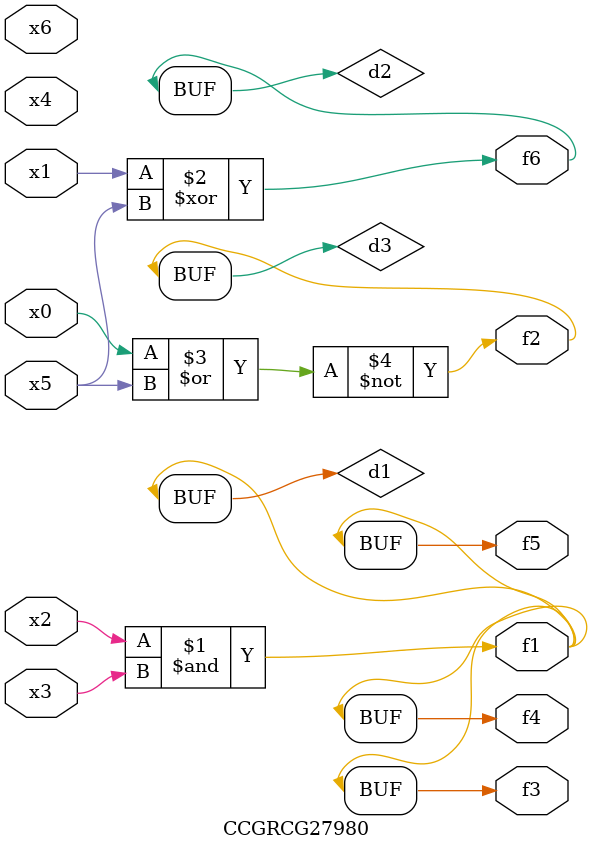
<source format=v>
module CCGRCG27980(
	input x0, x1, x2, x3, x4, x5, x6,
	output f1, f2, f3, f4, f5, f6
);

	wire d1, d2, d3;

	and (d1, x2, x3);
	xor (d2, x1, x5);
	nor (d3, x0, x5);
	assign f1 = d1;
	assign f2 = d3;
	assign f3 = d1;
	assign f4 = d1;
	assign f5 = d1;
	assign f6 = d2;
endmodule

</source>
